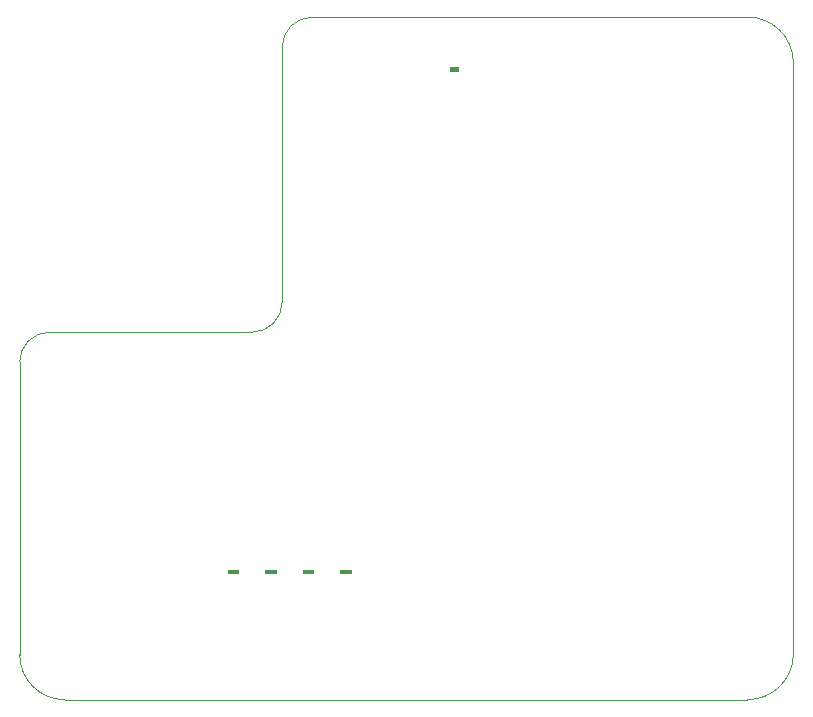
<source format=gbr>
%TF.GenerationSoftware,KiCad,Pcbnew,5.1.5+dfsg1-2~bpo10+1*%
%TF.CreationDate,2020-10-30T12:10:53+01:00*%
%TF.ProjectId,ms_auth_breakout,6d735f61-7574-4685-9f62-7265616b6f75,1.1.0*%
%TF.SameCoordinates,Original*%
%TF.FileFunction,Glue,Bot*%
%TF.FilePolarity,Positive*%
%FSLAX46Y46*%
G04 Gerber Fmt 4.6, Leading zero omitted, Abs format (unit mm)*
G04 Created by KiCad (PCBNEW 5.1.5+dfsg1-2~bpo10+1) date 2020-10-30 12:10:53 commit 8f6b4a8*
%MOMM*%
%LPD*%
G04 APERTURE LIST*
%ADD10C,0.050000*%
%ADD11C,0.100000*%
G04 APERTURE END LIST*
D10*
X119557800Y-133896100D02*
G75*
G02X115747800Y-130086100I0J3810000D01*
G01*
X119557800Y-133896100D02*
X177342800Y-133896100D01*
X181254400Y-130086100D02*
G75*
G02X177342800Y-133896100I-3860800J50800D01*
G01*
X181254400Y-130086100D02*
X181254400Y-79921100D01*
X177342800Y-76111100D02*
G75*
G02X181254400Y-79921100I50800J-3860800D01*
G01*
X177342800Y-76111100D02*
X140512800Y-76111100D01*
X137972800Y-78651100D02*
G75*
G02X140512800Y-76111100I2540000J0D01*
G01*
X137972800Y-78651100D02*
X137972800Y-100241100D01*
X135432800Y-102781100D02*
G75*
G03X137972800Y-100241100I0J2540000D01*
G01*
X135432800Y-102781100D02*
X118287800Y-102781100D01*
X115747800Y-105321100D02*
G75*
G02X118287800Y-102781100I2540000J0D01*
G01*
X115747800Y-105321100D02*
X115747800Y-130086100D01*
D11*
G36*
X152977900Y-80356200D02*
G01*
X152977900Y-80756000D01*
X152177700Y-80756000D01*
X152177700Y-80356200D01*
X152977900Y-80356200D01*
G37*
G36*
X134345400Y-122901200D02*
G01*
X134345400Y-123301000D01*
X133345200Y-123301000D01*
X133345200Y-122901200D01*
X134345400Y-122901200D01*
G37*
G36*
X137520400Y-122901200D02*
G01*
X137520400Y-123301000D01*
X136520200Y-123301000D01*
X136520200Y-122901200D01*
X137520400Y-122901200D01*
G37*
G36*
X143870400Y-122901200D02*
G01*
X143870400Y-123301000D01*
X142870200Y-123301000D01*
X142870200Y-122901200D01*
X143870400Y-122901200D01*
G37*
G36*
X140695400Y-122901200D02*
G01*
X140695400Y-123301000D01*
X139695200Y-123301000D01*
X139695200Y-122901200D01*
X140695400Y-122901200D01*
G37*
M02*

</source>
